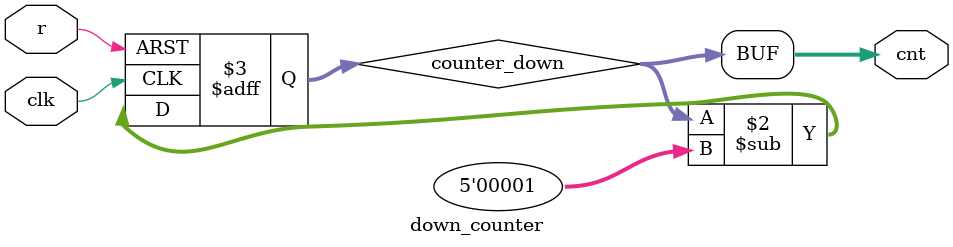
<source format=v>
module down_counter(input clk, r, output [4:0] cnt);

reg [4:0] counter_down;

// down counter
always @(posedge clk or posedge r)
begin
if(r)
 counter_down <= 5'hf;
else
 counter_down <= counter_down - 5'd1;
end 

assign cnt = counter_down;
endmodule
</source>
